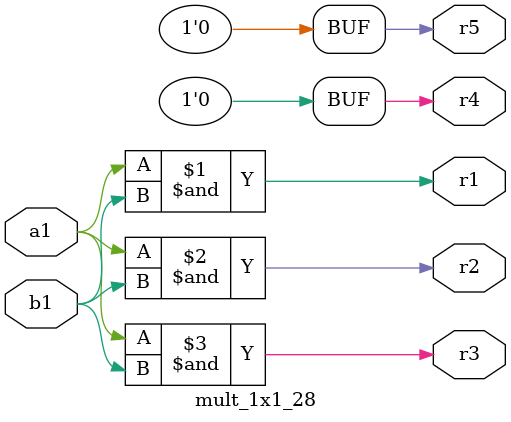
<source format=v>
module mult_1x1_28(
     a1,
     b1,
     r1,
     r2,
     r3,
     r4,
     r5
    ); 
 

    input a1;
    input b1;
    output r1;
    output r2;
    output r3;
    output r4;
    output r5;
assign r1 = a1 & b1;
assign r2 = a1 & b1;
assign r3 = a1 & b1;
assign r4 = 1'b0;
assign r5 = 1'b0;

endmodule
</source>
